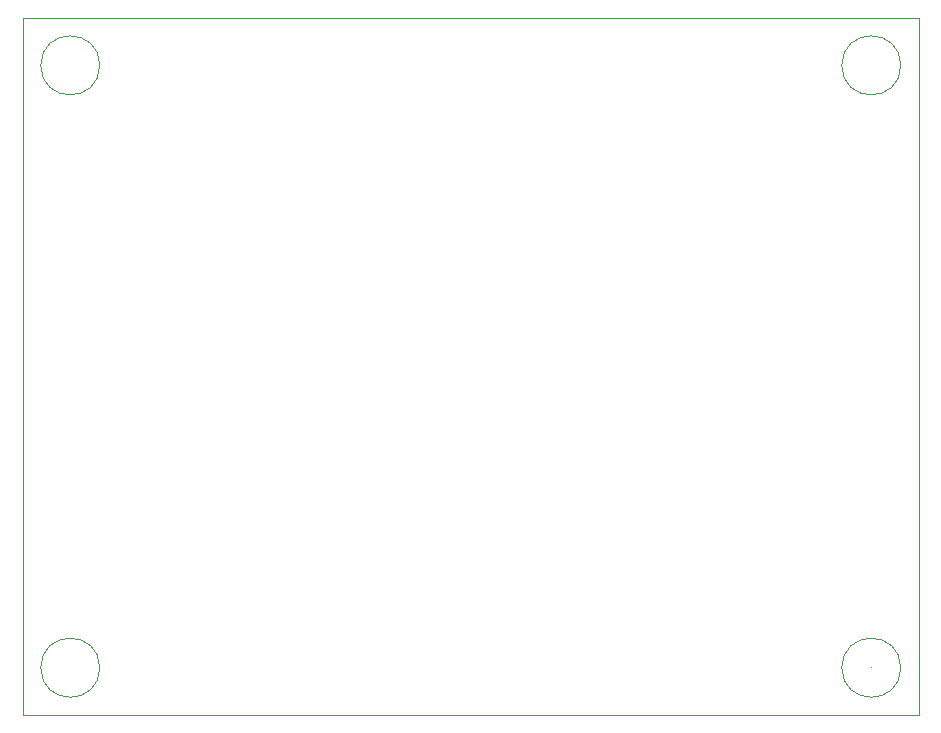
<source format=gbr>
%TF.GenerationSoftware,KiCad,Pcbnew,7.0.1*%
%TF.CreationDate,2023-06-15T12:54:42-05:00*%
%TF.ProjectId,MLX90393_board,4d4c5839-3033-4393-935f-626f6172642e,rev?*%
%TF.SameCoordinates,Original*%
%TF.FileFunction,Profile,NP*%
%FSLAX46Y46*%
G04 Gerber Fmt 4.6, Leading zero omitted, Abs format (unit mm)*
G04 Created by KiCad (PCBNEW 7.0.1) date 2023-06-15 12:54:42*
%MOMM*%
%LPD*%
G01*
G04 APERTURE LIST*
%TA.AperFunction,Profile*%
%ADD10C,0.100000*%
%TD*%
G04 APERTURE END LIST*
D10*
X29200001Y-149500000D02*
G75*
G03*
X29200001Y-149500000I-1J0D01*
G01*
X31700000Y-149500000D02*
G75*
G03*
X31700000Y-149500000I-2500000J0D01*
G01*
X-36120000Y-149500000D02*
G75*
G03*
X-36120000Y-149500000I-2500000J0D01*
G01*
X33200000Y-153500000D02*
X-23000000Y-153500000D01*
X-42620000Y-153500000D01*
X-42620000Y-94500000D01*
X-23000000Y-94500000D01*
X33200000Y-94500000D01*
X33200000Y-153500000D01*
X31700000Y-98500000D02*
G75*
G03*
X31700000Y-98500000I-2500000J0D01*
G01*
X-36120000Y-98500000D02*
G75*
G03*
X-36120000Y-98500000I-2500000J0D01*
G01*
M02*

</source>
